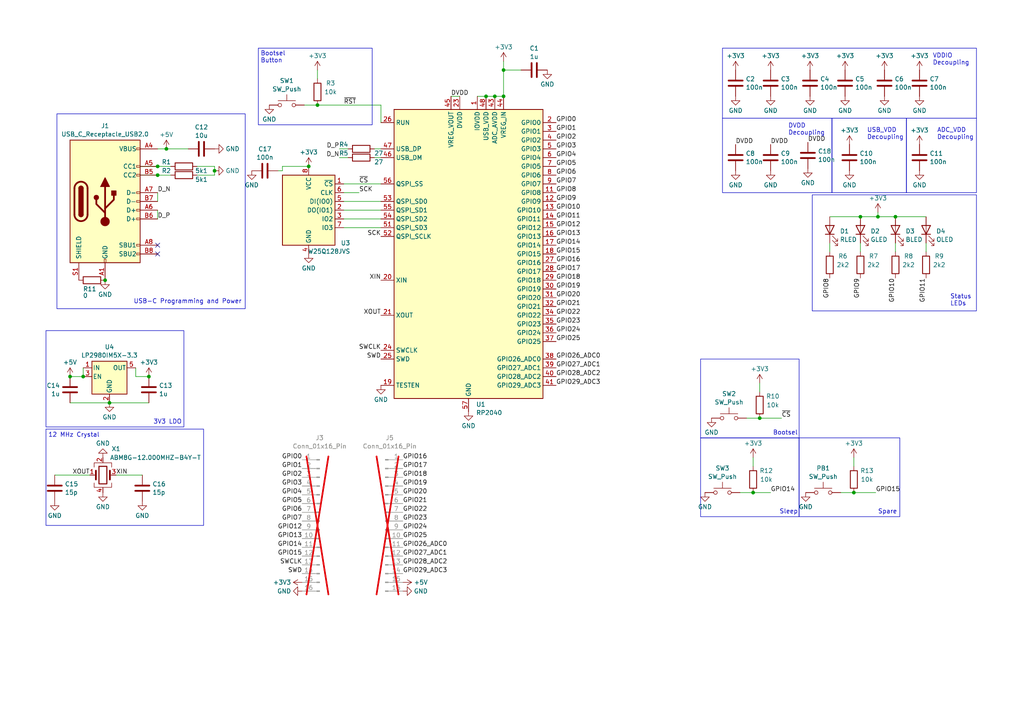
<source format=kicad_sch>
(kicad_sch (version 20230121) (generator eeschema)
  (paper "A4")
  (title_block (title "RP2040 Breakout") (date "2024-06-03") (rev "1") (company "Tobias McKellar"))
  (lib_symbols
    (symbol "Connector:Conn_01x16_Pin" (pin_names (offset 1.016) hide)
      (property "Reference" "J" (at 0 20.32 0))
      (property "Value" "Conn_01x16_Pin" (at 0 -22.86 0))
      (symbol "Conn_01x16_Pin_1_1"
        (pin passive line (at 5.08 17.78 180) (length 3.81) (name "Pin_1") (number "1"))
        (pin passive line (at 5.08 -5.08 180) (length 3.81) (name "Pin_10") (number "10"))
        (pin passive line (at 5.08 -7.62 180) (length 3.81) (name "Pin_11") (number "11"))
        (pin passive line (at 5.08 -10.16 180) (length 3.81) (name "Pin_12") (number "12"))
        (pin passive line (at 5.08 -12.7 180) (length 3.81) (name "Pin_13") (number "13"))
        (pin passive line (at 5.08 -15.24 180) (length 3.81) (name "Pin_14") (number "14"))
        (pin passive line (at 5.08 -17.78 180) (length 3.81) (name "Pin_15") (number "15"))
        (pin passive line (at 5.08 -20.32 180) (length 3.81) (name "Pin_16") (number "16"))
        (pin passive line (at 5.08 15.24 180) (length 3.81) (name "Pin_2") (number "2"))
        (pin passive line (at 5.08 12.7 180) (length 3.81) (name "Pin_3") (number "3"))
        (pin passive line (at 5.08 10.16 180) (length 3.81) (name "Pin_4") (number "4"))
        (pin passive line (at 5.08 7.62 180) (length 3.81) (name "Pin_5") (number "5"))
        (pin passive line (at 5.08 5.08 180) (length 3.81) (name "Pin_6") (number "6"))
        (pin passive line (at 5.08 2.54 180) (length 3.81) (name "Pin_7") (number "7"))
        (pin passive line (at 5.08 0 180) (length 3.81) (name "Pin_8") (number "8"))
        (pin passive line (at 5.08 -2.54 180) (length 3.81) (name "Pin_9") (number "9"))
      )
    )
    (symbol "Connector:USB_C_Receptacle_USB2.0" (pin_names (offset 1.016))
      (property "Reference" "J" (at -10.16 19.05 0))
      (property "Value" "USB_C_Receptacle_USB2.0" (at 19.05 19.05 0))
      (symbol "USB_C_Receptacle_USB2.0_1_1"
        (pin passive line (at 0 -22.86 90) (length 5.08) (name "GND") (number "A1"))
        (pin passive line (at 0 -22.86 90) (length 5.08) hide (name "GND") (number "A12"))
        (pin passive line (at 15.24 15.24 180) (length 5.08) (name "VBUS") (number "A4"))
        (pin bidirectional line (at 15.24 10.16 180) (length 5.08) (name "CC1") (number "A5"))
        (pin bidirectional line (at 15.24 -2.54 180) (length 5.08) (name "D+") (number "A6"))
        (pin bidirectional line (at 15.24 2.54 180) (length 5.08) (name "D-") (number "A7"))
        (pin bidirectional line (at 15.24 -12.7 180) (length 5.08) (name "SBU1") (number "A8"))
        (pin passive line (at 15.24 15.24 180) (length 5.08) hide (name "VBUS") (number "A9"))
        (pin passive line (at 0 -22.86 90) (length 5.08) hide (name "GND") (number "B1"))
        (pin passive line (at 0 -22.86 90) (length 5.08) hide (name "GND") (number "B12"))
        (pin passive line (at 15.24 15.24 180) (length 5.08) hide (name "VBUS") (number "B4"))
        (pin bidirectional line (at 15.24 7.62 180) (length 5.08) (name "CC2") (number "B5"))
        (pin bidirectional line (at 15.24 -5.08 180) (length 5.08) (name "D+") (number "B6"))
        (pin bidirectional line (at 15.24 0 180) (length 5.08) (name "D-") (number "B7"))
        (pin bidirectional line (at 15.24 -15.24 180) (length 5.08) (name "SBU2") (number "B8"))
        (pin passive line (at 15.24 15.24 180) (length 5.08) hide (name "VBUS") (number "B9"))
        (pin passive line (at -7.62 -22.86 90) (length 5.08) (name "SHIELD") (number "S1"))
      )
    )
    (symbol "Device:C" (pin_numbers hide) (pin_names (offset 0.254))
      (property "Reference" "C" (at 0.635 2.54 0))
      (property "Value" "C" (at 0.635 -2.54 0))
      (symbol "C_1_1"
        (pin passive line (at 0 3.81 270) (length 2.794) (name "~") (number "1"))
        (pin passive line (at 0 -3.81 90) (length 2.794) (name "~") (number "2"))
      )
    )
    (symbol "Device:Crystal_GND24" (pin_names (offset 1.016) hide)
      (property "Reference" "Y" (at 3.175 5.08 0))
      (property "Value" "Crystal_GND24" (at 3.175 3.175 0))
      (symbol "Crystal_GND24_1_1"
        (pin passive line (at -3.81 0 0) (length 1.27) (name "1") (number "1"))
        (pin passive line (at 0 5.08 270) (length 1.27) (name "2") (number "2"))
        (pin passive line (at 3.81 0 180) (length 1.27) (name "3") (number "3"))
        (pin passive line (at 0 -5.08 90) (length 1.27) (name "4") (number "4"))
      )
    )
    (symbol "Device:LED" (pin_numbers hide) (pin_names (offset 1.016) hide)
      (property "Reference" "D" (at 0 2.54 0))
      (property "Value" "LED" (at 0 -2.54 0))
      (symbol "LED_1_1"
        (pin passive line (at -3.81 0 0) (length 2.54) (name "K") (number "1"))
        (pin passive line (at 3.81 0 180) (length 2.54) (name "A") (number "2"))
      )
    )
    (symbol "Device:R" (pin_numbers hide) (pin_names (offset 0))
      (property "Reference" "R" (at 2.032 0 90))
      (property "Value" "R" (at 0 0 90))
      (symbol "R_1_1"
        (pin passive line (at 0 3.81 270) (length 1.27) (name "~") (number "1"))
        (pin passive line (at 0 -3.81 90) (length 1.27) (name "~") (number "2"))
      )
    )
    (symbol "MCU_RaspberryPi:RP2040"
      (property "Reference" "U" (at 17.78 45.72 0))
      (property "Value" "RP2040" (at 17.78 43.18 0))
      (symbol "RP2040_1_1"
        (pin power_in line (at 2.54 45.72 270) (length 3.81) (name "IOVDD") (number "1"))
        (pin passive line (at 2.54 45.72 270) (length 3.81) hide (name "IOVDD") (number "10"))
        (pin bidirectional line (at 25.4 17.78 180) (length 3.81) (name "GPIO8") (number "11"))
        (pin bidirectional line (at 25.4 15.24 180) (length 3.81) (name "GPIO9") (number "12"))
        (pin bidirectional line (at 25.4 12.7 180) (length 3.81) (name "GPIO10") (number "13"))
        (pin bidirectional line (at 25.4 10.16 180) (length 3.81) (name "GPIO11") (number "14"))
        (pin bidirectional line (at 25.4 7.62 180) (length 3.81) (name "GPIO12") (number "15"))
        (pin bidirectional line (at 25.4 5.08 180) (length 3.81) (name "GPIO13") (number "16"))
        (pin bidirectional line (at 25.4 2.54 180) (length 3.81) (name "GPIO14") (number "17"))
        (pin bidirectional line (at 25.4 0 180) (length 3.81) (name "GPIO15") (number "18"))
        (pin input line (at -25.4 -38.1 0) (length 3.81) (name "TESTEN") (number "19"))
        (pin bidirectional line (at 25.4 38.1 180) (length 3.81) (name "GPIO0") (number "2"))
        (pin input line (at -25.4 -7.62 0) (length 3.81) (name "XIN") (number "20"))
        (pin passive line (at -25.4 -17.78 0) (length 3.81) (name "XOUT") (number "21"))
        (pin passive line (at 2.54 45.72 270) (length 3.81) hide (name "IOVDD") (number "22"))
        (pin power_in line (at -2.54 45.72 270) (length 3.81) (name "DVDD") (number "23"))
        (pin input line (at -25.4 -27.94 0) (length 3.81) (name "SWCLK") (number "24"))
        (pin bidirectional line (at -25.4 -30.48 0) (length 3.81) (name "SWD") (number "25"))
        (pin input line (at -25.4 38.1 0) (length 3.81) (name "RUN") (number "26"))
        (pin bidirectional line (at 25.4 -2.54 180) (length 3.81) (name "GPIO16") (number "27"))
        (pin bidirectional line (at 25.4 -5.08 180) (length 3.81) (name "GPIO17") (number "28"))
        (pin bidirectional line (at 25.4 -7.62 180) (length 3.81) (name "GPIO18") (number "29"))
        (pin bidirectional line (at 25.4 35.56 180) (length 3.81) (name "GPIO1") (number "3"))
        (pin bidirectional line (at 25.4 -10.16 180) (length 3.81) (name "GPIO19") (number "30"))
        (pin bidirectional line (at 25.4 -12.7 180) (length 3.81) (name "GPIO20") (number "31"))
        (pin bidirectional line (at 25.4 -15.24 180) (length 3.81) (name "GPIO21") (number "32"))
        (pin passive line (at 2.54 45.72 270) (length 3.81) hide (name "IOVDD") (number "33"))
        (pin bidirectional line (at 25.4 -17.78 180) (length 3.81) (name "GPIO22") (number "34"))
        (pin bidirectional line (at 25.4 -20.32 180) (length 3.81) (name "GPIO23") (number "35"))
        (pin bidirectional line (at 25.4 -22.86 180) (length 3.81) (name "GPIO24") (number "36"))
        (pin bidirectional line (at 25.4 -25.4 180) (length 3.81) (name "GPIO25") (number "37"))
        (pin bidirectional line (at 25.4 -30.48 180) (length 3.81) (name "GPIO26_ADC0") (number "38"))
        (pin bidirectional line (at 25.4 -33.02 180) (length 3.81) (name "GPIO27_ADC1") (number "39"))
        (pin bidirectional line (at 25.4 33.02 180) (length 3.81) (name "GPIO2") (number "4"))
        (pin bidirectional line (at 25.4 -35.56 180) (length 3.81) (name "GPIO28_ADC2") (number "40"))
        (pin bidirectional line (at 25.4 -38.1 180) (length 3.81) (name "GPIO29_ADC3") (number "41"))
        (pin passive line (at 2.54 45.72 270) (length 3.81) hide (name "IOVDD") (number "42"))
        (pin power_in line (at 7.62 45.72 270) (length 3.81) (name "ADC_AVDD") (number "43"))
        (pin power_in line (at 10.16 45.72 270) (length 3.81) (name "VREG_IN") (number "44"))
        (pin power_out line (at -5.08 45.72 270) (length 3.81) (name "VREG_VOUT") (number "45"))
        (pin bidirectional line (at -25.4 27.94 0) (length 3.81) (name "USB_DM") (number "46"))
        (pin bidirectional line (at -25.4 30.48 0) (length 3.81) (name "USB_DP") (number "47"))
        (pin power_in line (at 5.08 45.72 270) (length 3.81) (name "USB_VDD") (number "48"))
        (pin passive line (at 2.54 45.72 270) (length 3.81) hide (name "IOVDD") (number "49"))
        (pin bidirectional line (at 25.4 30.48 180) (length 3.81) (name "GPIO3") (number "5"))
        (pin passive line (at -2.54 45.72 270) (length 3.81) hide (name "DVDD") (number "50"))
        (pin bidirectional line (at -25.4 7.62 0) (length 3.81) (name "QSPI_SD3") (number "51"))
        (pin output line (at -25.4 5.08 0) (length 3.81) (name "QSPI_SCLK") (number "52"))
        (pin bidirectional line (at -25.4 15.24 0) (length 3.81) (name "QSPI_SD0") (number "53"))
        (pin bidirectional line (at -25.4 10.16 0) (length 3.81) (name "QSPI_SD2") (number "54"))
        (pin bidirectional line (at -25.4 12.7 0) (length 3.81) (name "QSPI_SD1") (number "55"))
        (pin bidirectional line (at -25.4 20.32 0) (length 3.81) (name "QSPI_SS") (number "56"))
        (pin power_in line (at 0 -45.72 90) (length 3.81) (name "GND") (number "57"))
        (pin bidirectional line (at 25.4 27.94 180) (length 3.81) (name "GPIO4") (number "6"))
        (pin bidirectional line (at 25.4 25.4 180) (length 3.81) (name "GPIO5") (number "7"))
        (pin bidirectional line (at 25.4 22.86 180) (length 3.81) (name "GPIO6") (number "8"))
        (pin bidirectional line (at 25.4 20.32 180) (length 3.81) (name "GPIO7") (number "9"))
      )
    )
    (symbol "Memory_Flash:W25Q128JVS"
      (property "Reference" "U" (at -8.89 8.89 0))
      (property "Value" "W25Q128JVS" (at 7.62 8.89 0))
      (symbol "W25Q128JVS_1_1"
        (pin input line (at -10.16 7.62 0) (length 2.54) (name "~{CS}") (number "1"))
        (pin bidirectional line (at -10.16 0 0) (length 2.54) (name "DO(IO1)") (number "2"))
        (pin bidirectional line (at -10.16 -2.54 0) (length 2.54) (name "IO2") (number "3"))
        (pin power_in line (at 0 -12.7 90) (length 2.54) (name "GND") (number "4"))
        (pin bidirectional line (at -10.16 2.54 0) (length 2.54) (name "DI(IO0)") (number "5"))
        (pin input line (at -10.16 5.08 0) (length 2.54) (name "CLK") (number "6"))
        (pin bidirectional line (at -10.16 -5.08 0) (length 2.54) (name "IO3") (number "7"))
        (pin power_in line (at 0 12.7 270) (length 2.54) (name "VCC") (number "8"))
      )
    )
    (symbol "Regulator_Linear:TLV70033_SOT23-5" (pin_names (offset 0.254))
      (property "Reference" "U" (at -3.81 5.715 0))
      (property "Value" "TLV70033_SOT23-5" (at 0 5.715 0))
      (symbol "TLV70033_SOT23-5_1_1"
        (pin power_in line (at -7.62 2.54 0) (length 2.54) (name "IN") (number "1"))
        (pin power_in line (at 0 -7.62 90) (length 2.54) (name "GND") (number "2"))
        (pin input line (at -7.62 0 0) (length 2.54) (name "EN") (number "3"))
        (pin no_connect line (at 5.08 0 180) (length 2.54) hide (name "NC") (number "4"))
        (pin power_out line (at 7.62 2.54 180) (length 2.54) (name "OUT") (number "5"))
      )
    )
    (symbol "Switch:SW_Push" (pin_numbers hide) (pin_names (offset 1.016) hide)
      (property "Reference" "SW" (at 1.27 2.54 0))
      (property "Value" "SW_Push" (at 0 -1.524 0))
      (symbol "SW_Push_0_1"
        (pin passive line (at -5.08 0 0) (length 2.54) (name "1") (number "1"))
        (pin passive line (at 5.08 0 180) (length 2.54) (name "2") (number "2"))
      )
    )
    (symbol "power:+3V3" (power) (pin_names (offset 0))
      (property "Value" "+3V3" (at 0 3.556 0))
      (symbol "+3V3_1_1"
        (pin power_in line (at 0 0 90) (length 0) hide (name "+3V3") (number "1"))
      )
    )
    (symbol "power:+5V" (power) (pin_names (offset 0))
      (property "Value" "+5V" (at 0 3.556 0))
      (symbol "+5V_1_1"
        (pin power_in line (at 0 0 90) (length 0) hide (name "+5V") (number "1"))
      )
    )
    (symbol "power:GND" (power) (pin_names (offset 0))
      (property "Value" "GND" (at 0 -3.81 0))
      (symbol "GND_1_1"
        (pin power_in line (at 0 0 270) (length 0) hide (name "GND") (number "1"))
      )
    )
  )
  (junction (at 43.18 109.22))
  (junction (at 218.44 142.875))
  (junction (at 259.715 62.865))
  (junction (at 247.65 142.875))
  (junction (at 254.635 62.865))
  (junction (at 146.05 27.94))
  (junction (at 140.97 27.94))
  (junction (at 30.48 81.28))
  (junction (at 62.23 49.53))
  (junction (at 45.72 50.8))
  (junction (at 220.345 121.285))
  (junction (at 31.75 116.84))
  (junction (at 92.075 30.48))
  (junction (at 20.32 109.22))
  (junction (at 146.05 20.32))
  (junction (at 45.72 48.26))
  (junction (at 89.535 48.26))
  (junction (at 143.51 27.94))
  (junction (at 24.13 109.22))
  (junction (at 249.555 62.865))
  (junction (at 48.26 43.18))
  (no_connect (at 45.72 73.66))
  (no_connect (at 45.72 71.12))
  (wire (pts (xy 20.32 109.22) (xy 24.13 109.22)))
  (wire (pts (xy 220.345 111.125) (xy 220.345 113.665)))
  (wire (pts (xy 240.665 62.865) (xy 249.555 62.865)))
  (wire (pts (xy 57.15 48.26) (xy 62.23 48.26)))
  (wire (pts (xy 31.75 116.84) (xy 43.18 116.84)))
  (wire (pts (xy 214.63 142.875) (xy 218.44 142.875)))
  (wire (pts (xy 216.535 121.285) (xy 220.345 121.285)))
  (wire (pts (xy 146.05 20.32) (xy 151.13 20.32)))
  (wire (pts (xy 243.84 142.875) (xy 247.65 142.875)))
  (wire (pts (xy 62.23 50.8) (xy 62.23 49.53)))
  (wire (pts (xy 268.605 73.025) (xy 268.605 70.485)))
  (wire (pts (xy 48.26 43.18) (xy 45.72 43.18)))
  (wire (pts (xy 259.715 62.865) (xy 268.605 62.865)))
  (wire (pts (xy 98.425 45.72) (xy 100.965 45.72)))
  (wire (pts (xy 254.635 62.865) (xy 259.715 62.865)))
  (wire (pts (xy 92.075 20.32) (xy 92.075 22.86)))
  (wire (pts (xy 45.72 48.26) (xy 49.53 48.26)))
  (wire (pts (xy 99.695 53.34) (xy 110.49 53.34)))
  (wire (pts (xy 130.81 27.94) (xy 133.35 27.94)))
  (wire (pts (xy 140.97 27.94) (xy 143.51 27.94)))
  (wire (pts (xy 45.72 55.88) (xy 45.72 58.42)))
  (wire (pts (xy 146.05 20.32) (xy 146.05 27.94)))
  (wire (pts (xy 88.265 30.48) (xy 92.075 30.48)))
  (wire (pts (xy 54.61 43.18) (xy 48.26 43.18)))
  (wire (pts (xy 249.555 62.865) (xy 254.635 62.865)))
  (wire (pts (xy 39.37 106.68) (xy 39.37 109.22)))
  (wire (pts (xy 45.72 50.8) (xy 49.53 50.8)))
  (wire (pts (xy 99.695 63.5) (xy 110.49 63.5)))
  (wire (pts (xy 40.64 48.26) (xy 45.72 48.26)))
  (wire (pts (xy 33.655 137.795) (xy 41.275 137.795)))
  (wire (pts (xy 108.585 45.72) (xy 110.49 45.72)))
  (wire (pts (xy 40.64 50.8) (xy 45.72 50.8)))
  (wire (pts (xy 138.43 27.94) (xy 140.97 27.94)))
  (wire (pts (xy 98.425 43.18) (xy 100.965 43.18)))
  (wire (pts (xy 247.65 142.875) (xy 254 142.875)))
  (wire (pts (xy 24.13 106.68) (xy 24.13 109.22)))
  (wire (pts (xy 146.05 17.78) (xy 146.05 20.32)))
  (wire (pts (xy 143.51 27.94) (xy 146.05 27.94)))
  (wire (pts (xy 99.695 66.04) (xy 110.49 66.04)))
  (wire (pts (xy 254.635 61.595) (xy 254.635 62.865)))
  (wire (pts (xy 81.915 48.26) (xy 89.535 48.26)))
  (wire (pts (xy 218.44 132.715) (xy 218.44 135.255)))
  (wire (pts (xy 247.65 132.715) (xy 247.65 135.255)))
  (wire (pts (xy 249.555 73.025) (xy 249.555 70.485)))
  (wire (pts (xy 110.49 30.48) (xy 110.49 35.56)))
  (wire (pts (xy 92.075 30.48) (xy 110.49 30.48)))
  (wire (pts (xy 81.915 49.53) (xy 81.915 48.26)))
  (wire (pts (xy 45.72 60.96) (xy 45.72 63.5)))
  (wire (pts (xy 26.035 137.795) (xy 15.875 137.795)))
  (wire (pts (xy 259.715 73.025) (xy 259.715 70.485)))
  (wire (pts (xy 218.44 142.875) (xy 223.52 142.875)))
  (wire (pts (xy 99.695 60.96) (xy 110.49 60.96)))
  (wire (pts (xy 99.695 58.42) (xy 110.49 58.42)))
  (wire (pts (xy 108.585 43.18) (xy 110.49 43.18)))
  (wire (pts (xy 80.645 49.53) (xy 81.915 49.53)))
  (wire (pts (xy 20.32 116.84) (xy 31.75 116.84)))
  (wire (pts (xy 220.345 121.285) (xy 226.695 121.285)))
  (wire (pts (xy 62.23 48.26) (xy 62.23 49.53)))
  (wire (pts (xy 43.18 109.22) (xy 39.37 109.22)))
  (wire (pts (xy 99.695 55.88) (xy 104.14 55.88)))
  (wire (pts (xy 57.15 50.8) (xy 62.23 50.8)))
  (wire (pts (xy 240.665 73.025) (xy 240.665 70.485)))
  (rectangle (start 13.335 95.885) (end 53.34 123.825))
  (rectangle (start 203.2 127) (end 231.775 149.86))
  (rectangle (start 241.3 34.29) (end 262.89 55.88))
  (rectangle (start 231.775 127) (end 260.985 149.86))
  (rectangle (start 203.2 104.14) (end 231.775 127))
  (rectangle (start 235.585 56.515) (end 283.21 90.17))
  (rectangle (start 209.55 13.97) (end 283.21 34.29))
  (rectangle (start 262.89 34.29) (end 283.21 55.88))
  (rectangle (start 209.55 34.29) (end 241.3 55.88))
  (rectangle (start 16.51 33.02) (end 71.12 89.535))
  (rectangle (start 13.335 124.46) (end 59.055 152.4))
  (rectangle (start 74.93 13.97) (end 107.95 36.195))
  (text "3V3 LDO" (at 44.45 123.19 0) (effects (font (size 1.27 1.27)) (justify left bottom)))
  (text "VDDIO\nDecoupling" (at 270.51 19.05 0) (effects (font (size 1.27 1.27)) (justify left bottom)))
  (text "12 MHz Crystal" (at 13.97 127 0) (effects (font (size 1.27 1.27)) (justify left bottom)))
  (text "Bootsel" (at 224.155 126.365 0) (effects (font (size 1.27 1.27)) (justify left bottom)))
  (text "Spare" (at 254.635 149.225 0) (effects (font (size 1.27 1.27)) (justify left bottom)))
  (text "USB-C Programming and Power" (at 38.735 88.265 0) (effects (font (size 1.27 1.27)) (justify left bottom)))
  (text "Bootsel \nButton" (at 75.565 18.415 0) (effects (font (size 1.27 1.27)) (justify left bottom)))
  (text "USB_VDD\nDecoupling" (at 251.46 40.64 0) (effects (font (size 1.27 1.27)) (justify left bottom)))
  (text "Status \nLEDs" (at 275.59 88.9 0) (effects (font (size 1.27 1.27)) (justify left bottom)))
  (text "Sleep" (at 226.06 149.225 0) (effects (font (size 1.27 1.27)) (justify left bottom)))
  (text "DVDD \nDecoupling" (at 228.6 39.37 0) (effects (font (size 1.27 1.27)) (justify left bottom)))
  (text "ADC_VDD\nDecoupling" (at 271.78 40.64 0) (effects (font (size 1.27 1.27)) (justify left bottom)))
  (label "GPIO11" (at 268.605 80.645 270))
  (label "GPIO24" (at 161.29 96.52 0))
  (label "GPIO3" (at 87.63 140.97 180))
  (label "GPIO13" (at 161.29 68.58 0))
  (label "GPIO16" (at 161.29 76.2 0))
  (label "DVDD" (at 234.315 41.275 0))
  (label "GPIO25" (at 116.84 156.21 0))
  (label "GPIO15" (at 87.63 161.29 180))
  (label "XIN" (at 33.655 137.795 0))
  (label "GPIO18" (at 161.29 81.28 0))
  (label "GPIO18" (at 116.84 138.43 0))
  (label "~{RST}" (at 99.695 30.48 0))
  (label "GPIO2" (at 87.63 138.43 180))
  (label "GPIO12" (at 161.29 66.04 0))
  (label "GPIO28_ADC2" (at 161.29 109.22 0))
  (label "GPIO29_ADC3" (at 116.84 166.37 0))
  (label "XOUT" (at 26.035 137.795 180))
  (label "DVDD" (at 130.81 27.94 0))
  (label "GPIO19" (at 116.84 140.97 0))
  (label "GPIO1" (at 161.29 38.1 0))
  (label "SWCLK" (at 87.63 163.83 180))
  (label "DVDD" (at 223.52 41.91 0))
  (label "GPIO13" (at 87.63 156.21 180))
  (label "~{CS}" (at 226.695 121.285 0))
  (label "GPIO6" (at 161.29 50.8 0))
  (label "GPIO9" (at 249.555 80.645 270))
  (label "GPIO17" (at 116.84 135.89 0))
  (label "GPIO26_ADC0" (at 116.84 158.75 0))
  (label "SWD" (at 110.49 104.14 180))
  (label "SWD" (at 87.63 166.37 180))
  (label "GPIO7" (at 87.63 151.13 180))
  (label "XOUT" (at 110.49 91.44 180))
  (label "GPIO12" (at 87.63 153.67 180))
  (label "D_P" (at 45.72 63.5 0))
  (label "SCK" (at 110.49 68.58 180))
  (label "GPIO14" (at 161.29 71.12 0))
  (label "GPIO21" (at 116.84 146.05 0))
  (label "DVDD" (at 213.36 41.91 0))
  (label "D_N" (at 98.425 45.72 180))
  (label "GPIO4" (at 161.29 45.72 0))
  (label "SWCLK" (at 110.49 101.6 180))
  (label "GPIO15" (at 161.29 73.66 0))
  (label "GPIO10" (at 259.715 80.645 270))
  (label "D_N" (at 45.72 55.88 0))
  (label "GPIO25" (at 161.29 99.06 0))
  (label "GPIO23" (at 161.29 93.98 0))
  (label "GPIO10" (at 161.29 60.96 0))
  (label "GPIO6" (at 87.63 148.59 180))
  (label "GPIO27_ADC1" (at 161.29 106.68 0))
  (label "GPIO22" (at 116.84 148.59 0))
  (label "GPIO14" (at 87.63 158.75 180))
  (label "GPIO21" (at 161.29 88.9 0))
  (label "GPIO17" (at 161.29 78.74 0))
  (label "GPIO16" (at 116.84 133.35 0))
  (label "SCK" (at 104.14 55.88 0))
  (label "~{CS}" (at 104.14 53.34 0))
  (label "GPIO15" (at 254 142.875 0))
  (label "GPIO14" (at 223.52 142.875 0))
  (label "XIN" (at 110.49 81.28 180))
  (label "GPIO4" (at 87.63 143.51 180))
  (label "D_P" (at 98.425 43.18 180))
  (label "GPIO5" (at 161.29 48.26 0))
  (label "GPIO8" (at 240.665 80.645 270))
  (label "GPIO20" (at 161.29 86.36 0))
  (label "GPIO23" (at 116.84 151.13 0))
  (label "GPIO8" (at 161.29 55.88 0))
  (label "GPIO29_ADC3" (at 161.29 111.76 0))
  (label "GPIO28_ADC2" (at 116.84 163.83 0))
  (label "GPIO20" (at 116.84 143.51 0))
  (label "GPIO27_ADC1" (at 116.84 161.29 0))
  (label "GPIO3" (at 161.29 43.18 0))
  (label "GPIO2" (at 161.29 40.64 0))
  (label "GPIO1" (at 87.63 135.89 180))
  (label "GPIO11" (at 161.29 63.5 0))
  (label "GPIO0" (at 87.63 133.35 180))
  (label "GPIO26_ADC0" (at 161.29 104.14 0))
  (label "GPIO7" (at 161.29 53.34 0))
  (label "GPIO5" (at 87.63 146.05 180))
  (label "GPIO22" (at 161.29 91.44 0))
  (label "GPIO19" (at 161.29 83.82 0))
  (label "GPIO24" (at 116.84 153.67 0))
  (label "GPIO0" (at 161.29 35.56 0))
  (label "GPIO9" (at 161.29 58.42 0))
  (symbol (lib_id "Device:R") (at 247.65 139.065 0) (unit 1)
    (property "Reference" "R13" (at 251.46 136.525 0))
    (property "Value" "10k" (at 251.46 139.065 0))
    (property "Footprint" "Resistor_SMD:R_0402_1005Metric" (effects hide))
    (property "Datasheet" "https://wmsc.lcsc.com/wmsc/upload/file/pdf/v2/lcsc/2206010100_UNI-ROYAL-Uniroyal-Elec-0402WGF1002TCE_C25744.pdf" (effects hide))
    (property "JLC Link" "https://jlcpcb.com/partdetail/26487-0402WGF1002TCE/C25744" (effects hide))
    (property "JLC Part Number" "C25744" (effects hide))
  )
  (symbol (lib_id "power:GND") (at 158.75 20.32 0) (unit 1)
    (property "Reference" "#PWR04" (effects hide))
    (property "Value" "GND" (at 158.75 24.4531 0))
  )
  (symbol (lib_id "power:+5V") (at 116.84 168.91 270) (unit 1)
    (property "Reference" "#PWR040" (effects hide))
    (property "Value" "+5V" (at 120.015 168.91 90) (effects (justify left)))
  )
  (symbol (lib_id "power:GND") (at 62.23 49.53 90) (unit 1)
    (property "Reference" "#PWR05" (effects hide))
    (property "Value" "GND" (at 65.405 49.53 90) (effects (justify right)))
  )
  (symbol (lib_id "power:+5V") (at 48.26 43.18 0) (unit 1)
    (property "Reference" "#PWR033" (effects hide))
    (property "Value" "+5V" (at 48.26 39.0469 0))
  )
  (symbol (lib_id "Device:R") (at 220.345 117.475 0) (unit 1)
    (property "Reference" "R10" (at 224.155 114.935 0))
    (property "Value" "10k" (at 224.155 117.475 0))
    (property "Footprint" "Resistor_SMD:R_0402_1005Metric" (effects hide))
    (property "Datasheet" "https://wmsc.lcsc.com/wmsc/upload/file/pdf/v2/lcsc/2206010100_UNI-ROYAL-Uniroyal-Elec-0402WGF1002TCE_C25744.pdf" (effects hide))
    (property "JLC Link" "https://jlcpcb.com/partdetail/26487-0402WGF1002TCE/C25744" (effects hide))
    (property "JLC Part Number" "C25744" (effects hide))
  )
  (symbol (lib_id "Device:R") (at 104.775 43.18 90) (unit 1)
    (property "Reference" "R4" (at 99.695 41.91 90))
    (property "Value" "27" (at 109.855 44.45 90))
    (property "Footprint" "Resistor_SMD:R_0402_1005Metric" (effects hide))
    (property "Datasheet" "https://wmsc.lcsc.com/wmsc/upload/file/pdf/v2/lcsc/2206010045_UNI-ROYAL-Uniroyal-Elec-0402WGF2701TCE_C25885.pdf" (effects hide))
    (property "JLC Link" "https://jlcpcb.com/partdetail/26628-0402WGF2701TCE/C25885" (effects hide))
    (property "JLC Part Number" "C25885" (effects hide))
  )
  (symbol (lib_id "Device:C") (at 246.38 45.72 180) (unit 1)
    (property "Reference" "C10" (at 249.301 44.5079 0) (effects (justify right)))
    (property "Value" "100n" (at 249.301 46.9321 0) (effects (justify right)))
    (property "Footprint" "Capacitor_SMD:C_0402_1005Metric" (effects hide))
    (property "Datasheet" "https://wmsc.lcsc.com/wmsc/upload/file/pdf/v2/lcsc/2203221430_YAGEO-CC0402KRX7R7BB104_C60474.pdf" (effects hide))
    (property "JLC Link" "https://jlcpcb.com/partdetail/Yageo-CC0402KRX7R7BB104/C60474" (effects hide))
    (property "JLC Part Number" "C60474" (effects hide))
  )
  (symbol (lib_id "Device:R") (at 104.775 45.72 90) (unit 1)
    (property "Reference" "R5" (at 99.695 44.45 90))
    (property "Value" "27" (at 109.855 46.99 90))
    (property "Footprint" "Resistor_SMD:R_0402_1005Metric" (effects hide))
    (property "Datasheet" "https://wmsc.lcsc.com/wmsc/upload/file/pdf/v2/lcsc/2206010045_UNI-ROYAL-Uniroyal-Elec-0402WGF2701TCE_C25885.pdf" (effects hide))
    (property "JLC Link" "https://jlcpcb.com/partdetail/26628-0402WGF2701TCE/C25885" (effects hide))
    (property "JLC Part Number" "C25885" (effects hide))
  )
  (symbol (lib_id "power:+3V3") (at 213.36 20.32 0) (unit 1)
    (property "Reference" "#PWR07" (effects hide))
    (property "Value" "+3V3" (at 213.36 16.1869 0))
  )
  (symbol (lib_id "power:+5V") (at 20.32 109.22 0) (unit 1)
    (property "Reference" "#PWR035" (effects hide))
    (property "Value" "+5V" (at 20.32 105.0869 0))
  )
  (symbol (lib_id "Switch:SW_Push") (at 238.76 142.875 0) (unit 1)
    (property "Reference" "PB1" (at 238.76 135.8097 0))
    (property "Value" "SW_Push" (at 238.76 138.2339 0))
    (property "Footprint" "Button_Switch_SMD:SW_SPST_PTS810" (effects hide))
    (property "Datasheet" "https://wmsc.lcsc.com/wmsc/upload/file/pdf/v2/lcsc/2109061830_BZCN-TSA016A2518C_C2888430.pdf" (effects hide))
    (property "JLC Part Number" "C2888430" (effects hide))
    (property "JLC Link" "https://jlcpcb.com/partdetail/Bzcn-TSA016A2518C/C2888430" (effects hide))
  )
  (symbol (lib_id "power:GND") (at 213.36 49.53 0) (unit 1)
    (property "Reference" "#PWR020" (effects hide))
    (property "Value" "GND" (at 213.36 53.6631 0))
  )
  (symbol (lib_id "Regulator_Linear:TLV70033_SOT23-5") (at 31.75 109.22 0) (unit 1)
    (property "Reference" "U4" (at 31.75 100.6307 0))
    (property "Value" "LP2980IM5X-3.3" (at 31.75 103.0549 0))
    (property "Footprint" "Package_TO_SOT_SMD:SOT-23-5" (effects hide))
    (property "Datasheet" "https://wmsc.lcsc.com/wmsc/upload/file/pdf/v2/lcsc/2311021508_TECH-PUBLIC-LP2980IM5X-3-3_C5380654.pdf" (effects hide))
    (property "JLC Link" "https://jlcpcb.com/partdetail/TechPublic-LP2980IM5X_33/C5380654" (effects hide))
    (property "JLC Part Number" "C5380654" (effects hide))
  )
  (symbol (lib_id "Switch:SW_Push") (at 209.55 142.875 0) (unit 1)
    (property "Reference" "SW3" (at 209.55 135.8097 0))
    (property "Value" "SW_Push" (at 209.55 138.2339 0))
    (property "Footprint" "Button_Switch_SMD:SW_SPST_PTS810" (effects hide))
    (property "Datasheet" "https://wmsc.lcsc.com/wmsc/upload/file/pdf/v2/lcsc/2109061830_BZCN-TSA016A2518C_C2888430.pdf" (effects hide))
    (property "JLC Part Number" "C2888430" (effects hide))
    (property "JLC Link" "https://jlcpcb.com/partdetail/Bzcn-TSA016A2518C/C2888430" (effects hide))
  )
  (symbol (lib_id "Device:R") (at 259.715 76.835 0) (unit 1)
    (property "Reference" "R8" (at 263.525 74.295 0))
    (property "Value" "2k2" (at 263.525 76.835 0))
    (property "Footprint" "Resistor_SMD:R_0402_1005Metric" (effects hide))
    (property "Datasheet" "https://wmsc.lcsc.com/wmsc/upload/file/pdf/v2/lcsc/2206010045_UNI-ROYAL-Uniroyal-Elec-0402WGF2201TCE_C25879.pdf" (effects hide))
    (property "JLC Link" "https://jlcpcb.com/partdetail/26622-0402WGF2201TCE/C25879" (effects hide))
    (property "JLC Part Number" "C25879" (effects hide))
  )
  (symbol (lib_id "power:GND") (at 62.23 43.18 90) (unit 1)
    (property "Reference" "#PWR032" (effects hide))
    (property "Value" "GND" (at 65.405 43.18 90) (effects (justify right)))
  )
  (symbol (lib_id "power:GND") (at 29.845 142.875 0) (unit 1)
    (property "Reference" "#PWR03" (effects hide))
    (property "Value" "GND" (at 29.845 147.0081 0))
  )
  (symbol (lib_id "Switch:SW_Push") (at 211.455 121.285 0) (unit 1)
    (property "Reference" "SW2" (at 211.455 114.2197 0))
    (property "Value" "SW_Push" (at 211.455 116.6439 0))
    (property "Footprint" "Button_Switch_SMD:SW_SPST_PTS810" (effects hide))
    (property "Datasheet" "https://wmsc.lcsc.com/wmsc/upload/file/pdf/v2/lcsc/2109061830_BZCN-TSA016A2518C_C2888430.pdf" (effects hide))
    (property "JLC Part Number" "C2888430" (effects hide))
    (property "JLC Link" "https://jlcpcb.com/partdetail/Bzcn-TSA016A2518C/C2888430" (effects hide))
  )
  (symbol (lib_id "Device:C") (at 234.95 24.13 180) (unit 1)
    (property "Reference" "C4" (at 237.871 22.9179 0) (effects (justify right)))
    (property "Value" "100n" (at 237.871 25.3421 0) (effects (justify right)))
    (property "Footprint" "Capacitor_SMD:C_0402_1005Metric" (effects hide))
    (property "Datasheet" "https://wmsc.lcsc.com/wmsc/upload/file/pdf/v2/lcsc/2203221430_YAGEO-CC0402KRX7R7BB104_C60474.pdf" (effects hide))
    (property "JLC Link" "https://jlcpcb.com/partdetail/Yageo-CC0402KRX7R7BB104/C60474" (effects hide))
    (property "JLC Part Number" "C60474" (effects hide))
  )
  (symbol (lib_id "Connector:Conn_01x16_Pin") (at 111.76 151.13 0) (unit 1) (dnp yes)
    (property "Reference" "J5" (at 113.03 127 0))
    (property "Value" "Conn_01x16_Pin" (at 113.03 129.4242 0))
    (property "Footprint" "Connector_PinHeader_2.54mm:PinHeader_1x16_P2.54mm_Vertical" (effects hide))
  )
  (symbol (lib_id "power:GND") (at 256.54 27.94 0) (unit 1)
    (property "Reference" "#PWR016" (effects hide))
    (property "Value" "GND" (at 256.54 32.0731 0))
  )
  (symbol (lib_id "Device:C") (at 266.7 24.13 180) (unit 1)
    (property "Reference" "C7" (at 269.621 22.9179 0) (effects (justify right)))
    (property "Value" "100n" (at 269.621 25.3421 0) (effects (justify right)))
    (property "Footprint" "Capacitor_SMD:C_0402_1005Metric" (effects hide))
    (property "Datasheet" "https://wmsc.lcsc.com/wmsc/upload/file/pdf/v2/lcsc/2203221430_YAGEO-CC0402KRX7R7BB104_C60474.pdf" (effects hide))
    (property "JLC Link" "https://jlcpcb.com/partdetail/Yageo-CC0402KRX7R7BB104/C60474" (effects hide))
    (property "JLC Part Number" "C60474" (effects hide))
  )
  (symbol (lib_id "power:+3V3") (at 220.345 111.125 0) (unit 1)
    (property "Reference" "#PWR047" (effects hide))
    (property "Value" "+3V3" (at 220.345 106.9919 0))
  )
  (symbol (lib_id "Device:C") (at 20.32 113.03 0) (mirror x) (unit 1)
    (property "Reference" "C14" (at 17.399 111.8179 0) (effects (justify right)))
    (property "Value" "1u" (at 17.399 114.2421 0) (effects (justify right)))
    (property "Footprint" "Capacitor_SMD:C_0402_1005Metric" (effects hide))
    (property "Datasheet" "https://wmsc.lcsc.com/wmsc/upload/file/pdf/v2/lcsc/2005261833_Murata-Electronics-GRM155Z71A105KE01D_C528974.pdf" (effects hide))
    (property "JLC Link" "https://jlcpcb.com/partdetail/548880-GRM155Z71A105KE01D/C528974" (effects hide))
    (property "JLC Part Number" "C528974" (effects hide))
  )
  (symbol (lib_id "Device:C") (at 58.42 43.18 90) (unit 1)
    (property "Reference" "C12" (at 58.42 36.8767 90))
    (property "Value" "10u" (at 58.42 39.3009 90))
    (property "Footprint" "Capacitor_SMD:C_0603_1608Metric" (effects hide))
    (property "Datasheet" "https://wmsc.lcsc.com/wmsc/upload/file/pdf/v2/lcsc/2203281430_Murata-Electronics-GRM188Z71A106KA73D_C2959727.pdf" (effects hide))
    (property "JLC Link" "https://jlcpcb.com/partdetail/3346053-GRM188Z71A106KA73D/C2959727" (effects hide))
    (property "JLC Part Number" "C2959727" (effects hide))
  )
  (symbol (lib_id "power:+3V3") (at 266.7 41.91 0) (unit 1)
    (property "Reference" "#PWR025" (effects hide))
    (property "Value" "+3V3" (at 266.7 37.7769 0))
  )
  (symbol (lib_id "power:GND") (at 110.49 111.76 0) (unit 1)
    (property "Reference" "#PWR029" (effects hide))
    (property "Value" "GND" (at 110.49 115.8931 0))
  )
  (symbol (lib_id "power:+3V3") (at 89.535 48.26 0) (unit 1)
    (property "Reference" "#PWR038" (effects hide))
    (property "Value" "+3V3" (at 89.535 44.1269 0))
  )
  (symbol (lib_id "power:GND") (at 206.375 121.285 0) (unit 1)
    (property "Reference" "#PWR046" (effects hide))
    (property "Value" "GND" (at 206.375 125.4181 0))
  )
  (symbol (lib_id "Device:R") (at 249.555 76.835 0) (unit 1)
    (property "Reference" "R7" (at 253.365 74.295 0))
    (property "Value" "2k2" (at 253.365 76.835 0))
    (property "Footprint" "Resistor_SMD:R_0402_1005Metric" (effects hide))
    (property "Datasheet" "https://wmsc.lcsc.com/wmsc/upload/file/pdf/v2/lcsc/2206010045_UNI-ROYAL-Uniroyal-Elec-0402WGF2201TCE_C25879.pdf" (effects hide))
    (property "JLC Link" "https://jlcpcb.com/partdetail/26622-0402WGF2201TCE/C25879" (effects hide))
    (property "JLC Part Number" "C25879" (effects hide))
  )
  (symbol (lib_id "power:+3V3") (at 223.52 20.32 0) (unit 1)
    (property "Reference" "#PWR09" (effects hide))
    (property "Value" "+3V3" (at 223.52 16.1869 0))
  )
  (symbol (lib_id "power:GND") (at 89.535 73.66 0) (unit 1)
    (property "Reference" "#PWR037" (effects hide))
    (property "Value" "GND" (at 89.535 77.7931 0))
  )
  (symbol (lib_id "Device:C") (at 256.54 24.13 180) (unit 1)
    (property "Reference" "C6" (at 259.461 22.9179 0) (effects (justify right)))
    (property "Value" "100n" (at 259.461 25.3421 0) (effects (justify right)))
    (property "Footprint" "Capacitor_SMD:C_0402_1005Metric" (effects hide))
    (property "Datasheet" "https://wmsc.lcsc.com/wmsc/upload/file/pdf/v2/lcsc/2203221430_YAGEO-CC0402KRX7R7BB104_C60474.pdf" (effects hide))
    (property "JLC Link" "https://jlcpcb.com/partdetail/Yageo-CC0402KRX7R7BB104/C60474" (effects hide))
    (property "JLC Part Number" "C60474" (effects hide))
  )
  (symbol (lib_id "power:GND") (at 73.025 49.53 0) (unit 1)
    (property "Reference" "#PWR048" (effects hide))
    (property "Value" "GND" (at 73.025 53.6631 0))
  )
  (symbol (lib_id "Device:C") (at 245.11 24.13 180) (unit 1)
    (property "Reference" "C5" (at 248.031 22.9179 0) (effects (justify right)))
    (property "Value" "100n" (at 248.031 25.3421 0) (effects (justify right)))
    (property "Footprint" "Capacitor_SMD:C_0402_1005Metric" (effects hide))
    (property "Datasheet" "https://wmsc.lcsc.com/wmsc/upload/file/pdf/v2/lcsc/2203221430_YAGEO-CC0402KRX7R7BB104_C60474.pdf" (effects hide))
    (property "JLC Link" "https://jlcpcb.com/partdetail/Yageo-CC0402KRX7R7BB104/C60474" (effects hide))
    (property "JLC Part Number" "C60474" (effects hide))
  )
  (symbol (lib_id "Connector:USB_C_Receptacle_USB2.0") (at 30.48 58.42 0) (unit 1)
    (property "Reference" "J1" (at 30.48 36.4957 0))
    (property "Value" "USB_C_Receptacle_USB2.0" (at 30.48 38.9199 0))
    (property "Footprint" "Connector_USB:USB_C_Receptacle_GCT_USB4105-xx-A_16P_TopMnt_Horizontal" (effects hide))
    (property "Datasheet" "https://www.usb.org/sites/default/files/documents/usb_type-c.zip" (effects hide))
    (property "JLC Link" "https://jlcpcb.com/partdetail/gswitch-GT_USB7004N/C2848971" (effects hide))
    (property "JLC Part Number" "C2848971" (effects hide))
  )
  (symbol (lib_id "power:GND") (at 41.275 145.415 0) (unit 1)
    (property "Reference" "#PWR045" (effects hide))
    (property "Value" "GND" (at 41.275 149.5481 0))
  )
  (symbol (lib_id "Device:R") (at 53.34 50.8 90) (unit 1)
    (property "Reference" "R2" (at 48.26 49.53 90))
    (property "Value" "5k1" (at 58.42 52.07 90))
    (property "Footprint" "Resistor_SMD:R_0402_1005Metric" (effects hide))
    (property "Datasheet" "https://wmsc.lcsc.com/wmsc/upload/file/pdf/v2/lcsc/2206010045_UNI-ROYAL-Uniroyal-Elec-0402WGF5101TCE_C25905.pdf" (effects hide))
    (property "JLC Link" "https://jlcpcb.com/partdetail/26648-0402WGF5101TCE/C25905" (effects hide))
    (property "JLC Part Number" "C25905" (effects hide))
  )
  (symbol (lib_id "Device:C") (at 213.36 24.13 180) (unit 1)
    (property "Reference" "C2" (at 216.281 22.9179 0) (effects (justify right)))
    (property "Value" "100n" (at 216.281 25.3421 0) (effects (justify right)))
    (property "Footprint" "Capacitor_SMD:C_0402_1005Metric" (effects hide))
    (property "Datasheet" "https://wmsc.lcsc.com/wmsc/upload/file/pdf/v2/lcsc/2203221430_YAGEO-CC0402KRX7R7BB104_C60474.pdf" (effects hide))
    (property "JLC Link" "https://jlcpcb.com/partdetail/Yageo-CC0402KRX7R7BB104/C60474" (effects hide))
    (property "JLC Part Number" "C60474" (effects hide))
  )
  (symbol (lib_id "Device:C") (at 41.275 141.605 180) (unit 1)
    (property "Reference" "C16" (at 44.196 140.3929 0) (effects (justify right)))
    (property "Value" "15p" (at 44.196 142.8171 0) (effects (justify right)))
    (property "Footprint" "Capacitor_SMD:C_0402_1005Metric" (effects hide))
    (property "Datasheet" "https://wmsc.lcsc.com/wmsc/upload/file/pdf/v2/lcsc/2304140030_YAGEO-CC0402JRNPO9BN150_C106997.pdf" (effects hide))
    (property "JLC Link" "https://jlcpcb.com/partdetail/Yageo-CC0402JRNPO9BN150/C106997" (effects hide))
    (property "JLC Part Number" "C106997" (effects hide))
  )
  (symbol (lib_id "Device:R") (at 53.34 48.26 90) (unit 1)
    (property "Reference" "R1" (at 48.26 46.99 90))
    (property "Value" "5k1" (at 58.42 49.53 90))
    (property "Footprint" "Resistor_SMD:R_0402_1005Metric" (effects hide))
    (property "Datasheet" "https://wmsc.lcsc.com/wmsc/upload/file/pdf/v2/lcsc/2206010045_UNI-ROYAL-Uniroyal-Elec-0402WGF5101TCE_C25905.pdf" (effects hide))
    (property "JLC Link" "https://jlcpcb.com/partdetail/26648-0402WGF5101TCE/C25905" (effects hide))
    (property "JLC Part Number" "C25905" (effects hide))
  )
  (symbol (lib_id "power:GND") (at 29.845 132.715 180) (unit 1)
    (property "Reference" "#PWR01" (effects hide))
    (property "Value" "GND" (at 29.845 128.5819 0))
  )
  (symbol (lib_id "Device:C") (at 234.315 45.085 180) (unit 1)
    (property "Reference" "C18" (at 237.236 43.8729 0) (effects (justify right)))
    (property "Value" "100n" (at 237.236 46.2971 0) (effects (justify right)))
    (property "Footprint" "Capacitor_SMD:C_0402_1005Metric" (effects hide))
    (property "Datasheet" "https://wmsc.lcsc.com/wmsc/upload/file/pdf/v2/lcsc/2203221430_YAGEO-CC0402KRX7R7BB104_C60474.pdf" (effects hide))
    (property "JLC Link" "https://jlcpcb.com/partdetail/Yageo-CC0402KRX7R7BB104/C60474" (effects hide))
    (property "JLC Part Number" "C60474" (effects hide))
  )
  (symbol (lib_id "Device:C") (at 154.94 20.32 90) (unit 1)
    (property "Reference" "C1" (at 154.94 14.0167 90))
    (property "Value" "1u" (at 154.94 16.4409 90))
    (property "Footprint" "Capacitor_SMD:C_0402_1005Metric" (effects hide))
    (property "Datasheet" "https://wmsc.lcsc.com/wmsc/upload/file/pdf/v2/lcsc/2005261833_Murata-Electronics-GRM155Z71A105KE01D_C528974.pdf" (effects hide))
    (property "JLC Link" "https://jlcpcb.com/partdetail/548880-GRM155Z71A105KE01D/C528974" (effects hide))
    (property "JLC Part Number" "C528974" (effects hide))
  )
  (symbol (lib_id "power:GND") (at 234.315 48.895 0) (unit 1)
    (property "Reference" "#PWR019" (effects hide))
    (property "Value" "GND" (at 234.315 53.0281 0))
  )
  (symbol (lib_id "power:GND") (at 245.11 27.94 0) (unit 1)
    (property "Reference" "#PWR014" (effects hide))
    (property "Value" "GND" (at 245.11 32.0731 0))
  )
  (symbol (lib_id "Device:C") (at 43.18 113.03 180) (unit 1)
    (property "Reference" "C13" (at 46.101 111.8179 0) (effects (justify right)))
    (property "Value" "1u" (at 46.101 114.2421 0) (effects (justify right)))
    (property "Footprint" "Capacitor_SMD:C_0402_1005Metric" (effects hide))
    (property "Datasheet" "https://wmsc.lcsc.com/wmsc/upload/file/pdf/v2/lcsc/2005261833_Murata-Electronics-GRM155Z71A105KE01D_C528974.pdf" (effects hide))
    (property "JLC Link" "https://jlcpcb.com/partdetail/548880-GRM155Z71A105KE01D/C528974" (effects hide))
    (property "JLC Part Number" "C528974" (effects hide))
  )
  (symbol (lib_id "power:GND") (at 213.36 27.94 0) (unit 1)
    (property "Reference" "#PWR08" (effects hide))
    (property "Value" "GND" (at 213.36 32.0731 0))
  )
  (symbol (lib_id "Device:C") (at 76.835 49.53 270) (unit 1)
    (property "Reference" "C17" (at 76.835 43.2267 90))
    (property "Value" "100n" (at 76.835 45.6509 90))
    (property "Footprint" "Capacitor_SMD:C_0402_1005Metric" (effects hide))
    (property "Datasheet" "https://wmsc.lcsc.com/wmsc/upload/file/pdf/v2/lcsc/2203221430_YAGEO-CC0402KRX7R7BB104_C60474.pdf" (effects hide))
    (property "JLC Link" "https://jlcpcb.com/partdetail/Yageo-CC0402KRX7R7BB104/C60474" (effects hide))
    (property "JLC Part Number" "C60474" (effects hide))
  )
  (symbol (lib_id "Device:LED") (at 249.555 66.675 90) (unit 1)
    (property "Reference" "D2" (at 252.476 67.0504 90) (effects (justify right)))
    (property "Value" "GLED" (at 252.476 69.4746 90) (effects (justify right)))
    (property "Footprint" "Diode_SMD:D_0402_1005Metric" (effects hide))
    (property "Datasheet" "https://wmsc.lcsc.com/wmsc/upload/file/pdf/v2/lcsc/1808280419_Everlight-Elec-16-213SYGC-S530-E3-TR8_C264408.pdf" (effects hide))
    (property "JLC Link" "https://jlcpcb.com/partdetail/EverlightElec-16_213SYGC_S530_E3TR8/C264408" (effects hide))
    (property "JLC Part Number" "C264408" (effects hide))
  )
  (symbol (lib_id "Device:C") (at 223.52 24.13 180) (unit 1)
    (property "Reference" "C3" (at 226.441 22.9179 0) (effects (justify right)))
    (property "Value" "100n" (at 226.441 25.3421 0) (effects (justify right)))
    (property "Footprint" "Capacitor_SMD:C_0402_1005Metric" (effects hide))
    (property "Datasheet" "https://wmsc.lcsc.com/wmsc/upload/file/pdf/v2/lcsc/2203221430_YAGEO-CC0402KRX7R7BB104_C60474.pdf" (effects hide))
    (property "JLC Link" "https://jlcpcb.com/partdetail/Yageo-CC0402KRX7R7BB104/C60474" (effects hide))
    (property "JLC Part Number" "C60474" (effects hide))
  )
  (symbol (lib_id "power:GND") (at 31.75 116.84 0) (unit 1)
    (property "Reference" "#PWR036" (effects hide))
    (property "Value" "GND" (at 31.75 120.9731 0))
  )
  (symbol (lib_id "power:GND") (at 234.95 27.94 0) (unit 1)
    (property "Reference" "#PWR012" (effects hide))
    (property "Value" "GND" (at 234.95 32.0731 0))
  )
  (symbol (lib_id "Device:LED") (at 268.605 66.675 90) (unit 1)
    (property "Reference" "D4" (at 271.526 67.0504 90) (effects (justify right)))
    (property "Value" "OLED" (at 271.526 69.4746 90) (effects (justify right)))
    (property "Footprint" "Diode_SMD:D_0402_1005Metric" (effects hide))
    (property "Datasheet" "https://wmsc.lcsc.com/wmsc/upload/file/pdf/v2/lcsc/1806100929_Everlight-Elec-16-213UYOC-S530-A2-TR8_C88330.pdf" (effects hide))
    (property "JLC Link" "https://jlcpcb.com/partdetail/EverlightElec-16_213UYOC_S530_A2TR8/C88330" (effects hide))
    (property "JLC Part Number" "C88330" (effects hide))
  )
  (symbol (lib_id "power:+3V3") (at 247.65 132.715 0) (unit 1)
    (property "Reference" "#PWR050" (effects hide))
    (property "Value" "+3V3" (at 247.65 128.5819 0))
  )
  (symbol (lib_id "Switch:SW_Push") (at 83.185 30.48 0) (unit 1)
    (property "Reference" "SW1" (at 83.185 23.4147 0))
    (property "Value" "SW_Push" (at 83.185 25.8389 0))
    (property "Footprint" "Button_Switch_SMD:SW_SPST_PTS810" (effects hide))
    (property "Datasheet" "https://wmsc.lcsc.com/wmsc/upload/file/pdf/v2/lcsc/2109061830_BZCN-TSA016A2518C_C2888430.pdf" (effects hide))
    (property "JLC Part Number" "C2888430" (effects hide))
    (property "JLC Link" "https://jlcpcb.com/partdetail/Bzcn-TSA016A2518C/C2888430" (effects hide))
  )
  (symbol (lib_id "power:+3V3") (at 245.11 20.32 0) (unit 1)
    (property "Reference" "#PWR013" (effects hide))
    (property "Value" "+3V3" (at 245.11 16.1869 0))
  )
  (symbol (lib_id "power:GND") (at 223.52 49.53 0) (unit 1)
    (property "Reference" "#PWR022" (effects hide))
    (property "Value" "GND" (at 223.52 53.6631 0))
  )
  (symbol (lib_id "power:+3V3") (at 146.05 17.78 0) (unit 1)
    (property "Reference" "#PWR06" (effects hide))
    (property "Value" "+3V3" (at 146.05 13.6469 0))
  )
  (symbol (lib_id "Device:R") (at 92.075 26.67 0) (unit 1)
    (property "Reference" "R3" (at 95.885 24.13 0))
    (property "Value" "10k" (at 95.885 26.67 0))
    (property "Footprint" "Resistor_SMD:R_0402_1005Metric" (effects hide))
    (property "Datasheet" "https://wmsc.lcsc.com/wmsc/upload/file/pdf/v2/lcsc/2206010100_UNI-ROYAL-Uniroyal-Elec-0402WGF1002TCE_C25744.pdf" (effects hide))
    (property "JLC Link" "https://jlcpcb.com/partdetail/26487-0402WGF1002TCE/C25744" (effects hide))
    (property "JLC Part Number" "C25744" (effects hide))
  )
  (symbol (lib_id "power:+3V3") (at 246.38 41.91 0) (unit 1)
    (property "Reference" "#PWR023" (effects hide))
    (property "Value" "+3V3" (at 246.38 37.7769 0))
  )
  (symbol (lib_id "power:+3V3") (at 43.18 109.22 0) (unit 1)
    (property "Reference" "#PWR034" (effects hide))
    (property "Value" "+3V3" (at 43.18 105.0869 0))
  )
  (symbol (lib_id "power:+3V3") (at 92.075 20.32 0) (unit 1)
    (property "Reference" "#PWR027" (effects hide))
    (property "Value" "+3V3" (at 92.075 16.1869 0))
  )
  (symbol (lib_id "power:GND") (at 135.89 119.38 0) (unit 1)
    (property "Reference" "#PWR030" (effects hide))
    (property "Value" "GND" (at 135.89 123.5131 0))
  )
  (symbol (lib_id "power:+3V3") (at 266.7 20.32 0) (unit 1)
    (property "Reference" "#PWR017" (effects hide))
    (property "Value" "+3V3" (at 266.7 16.1869 0))
  )
  (symbol (lib_id "MCU_RaspberryPi:RP2040") (at 135.89 73.66 0) (unit 1)
    (property "Reference" "U1" (at 138.0841 117.2901 0) (effects (justify left)))
    (property "Value" "RP2040" (at 138.0841 119.7143 0) (effects (justify left)))
    (property "Footprint" "Package_DFN_QFN:QFN-56-1EP_7x7mm_P0.4mm_EP3.2x3.2mm" (effects hide))
    (property "Datasheet" "https://datasheets.raspberrypi.com/rp2040/rp2040-datasheet.pdf" (effects hide))
    (property "JLC Part Number" "C2040" (effects hide))
    (property "JLC Link" "https://datasheets.raspberrypi.com/rp2040/rp2040-datasheet.pdf" (effects hide))
  )
  (symbol (lib_id "Connector:Conn_01x16_Pin") (at 92.71 151.13 0) (mirror y) (unit 1) (dnp yes)
    (property "Reference" "J3" (at 92.71 127 0))
    (property "Value" "Conn_01x16_Pin" (at 92.71 129.4242 0))
    (property "Footprint" "Connector_PinHeader_2.54mm:PinHeader_1x16_P2.54mm_Vertical" (effects hide))
  )
  (symbol (lib_id "power:GND") (at 30.48 81.28 0) (unit 1)
    (property "Reference" "#PWR021" (effects hide))
    (property "Value" "GND" (at 30.48 85.4131 0))
  )
  (symbol (lib_id "power:GND") (at 223.52 27.94 0) (unit 1)
    (property "Reference" "#PWR010" (effects hide))
    (property "Value" "GND" (at 223.52 32.0731 0))
  )
  (symbol (lib_id "power:+3V3") (at 254.635 61.595 0) (unit 1)
    (property "Reference" "#PWR043" (effects hide))
    (property "Value" "+3V3" (at 254.635 57.4619 0))
  )
  (symbol (lib_id "Memory_Flash:W25Q128JVS") (at 89.535 60.96 0) (mirror y) (unit 1)
    (property "Reference" "U3" (at 101.6 70.485 0) (effects (justify left)))
    (property "Value" "W25Q128JVS" (at 101.6 72.9092 0) (effects (justify left)))
    (property "Footprint" "Package_SO:SOIC-8_5.23x5.23mm_P1.27mm" (effects hide))
    (property "Datasheet" "http://www.winbond.com/resource-files/w25q128jv_dtr%20revc%2003272018%20plus.pdf" (effects hide))
    (property "JLC Link" "https://jlcpcb.com/partdetail/WinbondElec-W25Q128JVSIQ/C97521" (effects hide))
    (property "JLC Part Number" "C97521" (effects hide))
  )
  (symbol (lib_id "Device:C") (at 266.7 45.72 180) (unit 1)
    (property "Reference" "C11" (at 269.621 44.5079 0) (effects (justify right)))
    (property "Value" "100n" (at 269.621 46.9321 0) (effects (justify right)))
    (property "Footprint" "Capacitor_SMD:C_0402_1005Metric" (effects hide))
    (property "Datasheet" "https://wmsc.lcsc.com/wmsc/upload/file/pdf/v2/lcsc/2203221430_YAGEO-CC0402KRX7R7BB104_C60474.pdf" (effects hide))
    (property "JLC Link" "https://jlcpcb.com/partdetail/Yageo-CC0402KRX7R7BB104/C60474" (effects hide))
    (property "JLC Part Number" "C60474" (effects hide))
  )
  (symbol (lib_id "power:GND") (at 266.7 49.53 0) (unit 1)
    (property "Reference" "#PWR026" (effects hide))
    (property "Value" "GND" (at 266.7 53.6631 0))
  )
  (symbol (lib_id "Device:C") (at 213.36 45.72 180) (unit 1)
    (property "Reference" "C8" (at 216.281 44.5079 0) (effects (justify right)))
    (property "Value" "100n" (at 216.281 46.9321 0) (effects (justify right)))
    (property "Footprint" "Capacitor_SMD:C_0402_1005Metric" (effects hide))
    (property "Datasheet" "https://wmsc.lcsc.com/wmsc/upload/file/pdf/v2/lcsc/2203221430_YAGEO-CC0402KRX7R7BB104_C60474.pdf" (effects hide))
    (property "JLC Link" "https://jlcpcb.com/partdetail/Yageo-CC0402KRX7R7BB104/C60474" (effects hide))
    (property "JLC Part Number" "C60474" (effects hide))
  )
  (symbol (lib_id "power:GND") (at 233.68 142.875 0) (unit 1)
    (property "Reference" "#PWR039" (effects hide))
    (property "Value" "GND" (at 233.68 147.0081 0))
  )
  (symbol (lib_id "Device:R") (at 240.665 76.835 0) (unit 1)
    (property "Reference" "R6" (at 244.475 74.295 0))
    (property "Value" "2k2" (at 244.475 76.835 0))
    (property "Footprint" "Resistor_SMD:R_0402_1005Metric" (effects hide))
    (property "Datasheet" "https://wmsc.lcsc.com/wmsc/upload/file/pdf/v2/lcsc/2206010045_UNI-ROYAL-Uniroyal-Elec-0402WGF2201TCE_C25879.pdf" (effects hide))
    (property "JLC Link" "https://jlcpcb.com/partdetail/26622-0402WGF2201TCE/C25879" (effects hide))
    (property "JLC Part Number" "C25879" (effects hide))
  )
  (symbol (lib_id "power:GND") (at 15.875 145.415 0) (unit 1)
    (property "Reference" "#PWR02" (effects hide))
    (property "Value" "GND" (at 15.875 149.5481 0))
  )
  (symbol (lib_id "Device:R") (at 268.605 76.835 0) (unit 1)
    (property "Reference" "R9" (at 272.415 74.295 0))
    (property "Value" "2k2" (at 272.415 76.835 0))
    (property "Footprint" "Resistor_SMD:R_0402_1005Metric" (effects hide))
    (property "Datasheet" "https://wmsc.lcsc.com/wmsc/upload/file/pdf/v2/lcsc/2206010045_UNI-ROYAL-Uniroyal-Elec-0402WGF2201TCE_C25879.pdf" (effects hide))
    (property "JLC Link" "https://jlcpcb.com/partdetail/26622-0402WGF2201TCE/C25879" (effects hide))
    (property "JLC Part Number" "C25879" (effects hide))
  )
  (symbol (lib_id "power:+3V3") (at 234.95 20.32 0) (unit 1)
    (property "Reference" "#PWR011" (effects hide))
    (property "Value" "+3V3" (at 234.95 16.1869 0))
  )
  (symbol (lib_id "Device:R") (at 218.44 139.065 0) (unit 1)
    (property "Reference" "R12" (at 222.25 136.525 0))
    (property "Value" "10k" (at 222.25 139.065 0))
    (property "Footprint" "Resistor_SMD:R_0402_1005Metric" (effects hide))
    (property "Datasheet" "https://wmsc.lcsc.com/wmsc/upload/file/pdf/v2/lcsc/2206010100_UNI-ROYAL-Uniroyal-Elec-0402WGF1002TCE_C25744.pdf" (effects hide))
    (property "JLC Link" "https://jlcpcb.com/partdetail/26487-0402WGF1002TCE/C25744" (effects hide))
    (property "JLC Part Number" "C25744" (effects hide))
  )
  (symbol (lib_id "power:GND") (at 204.47 142.875 0) (unit 1)
    (property "Reference" "#PWR031" (effects hide))
    (property "Value" "GND" (at 204.47 147.0081 0))
  )
  (symbol (lib_id "power:GND") (at 116.84 171.45 90) (unit 1)
    (property "Reference" "#PWR042" (effects hide))
    (property "Value" "GND" (at 120.015 171.45 90) (effects (justify right)))
  )
  (symbol (lib_id "power:+3V3") (at 256.54 20.32 0) (unit 1)
    (property "Reference" "#PWR015" (effects hide))
    (property "Value" "+3V3" (at 256.54 16.1869 0))
  )
  (symbol (lib_id "power:GND") (at 87.63 171.45 270) (mirror x) (unit 1)
    (property "Reference" "#PWR044" (effects hide))
    (property "Value" "GND" (at 84.455 171.45 90) (effects (justify right)))
  )
  (symbol (lib_id "Device:LED") (at 259.715 66.675 90) (unit 1)
    (property "Reference" "D3" (at 262.636 67.0504 90) (effects (justify right)))
    (property "Value" "BLED" (at 262.636 69.4746 90) (effects (justify right)))
    (property "Footprint" "Diode_SMD:D_0402_1005Metric" (effects hide))
    (property "Datasheet" "https://wmsc.lcsc.com/wmsc/upload/file/pdf/v2/lcsc/1808280034_Everlight-Elec-16-213-BHC-AN1P2-3T_C131223.pdf" (effects hide))
    (property "JLC Link" "https://jlcpcb.com/partdetail/EverlightElec-16_213_BHC_AN1P23T/C131223" (effects hide))
    (property "JLC Part Number" "C131223" (effects hide))
  )
  (symbol (lib_id "Device:C") (at 223.52 45.72 180) (unit 1)
    (property "Reference" "C9" (at 226.441 44.5079 0) (effects (justify right)))
    (property "Value" "100n" (at 226.441 46.9321 0) (effects (justify right)))
    (property "Footprint" "Capacitor_SMD:C_0402_1005Metric" (effects hide))
    (property "Datasheet" "https://wmsc.lcsc.com/wmsc/upload/file/pdf/v2/lcsc/2203221430_YAGEO-CC0402KRX7R7BB104_C60474.pdf" (effects hide))
    (property "JLC Link" "https://jlcpcb.com/partdetail/Yageo-CC0402KRX7R7BB104/C60474" (effects hide))
    (property "JLC Part Number" "C60474" (effects hide))
  )
  (symbol (lib_id "power:+3V3") (at 218.44 132.715 0) (unit 1)
    (property "Reference" "#PWR049" (effects hide))
    (property "Value" "+3V3" (at 218.44 128.5819 0))
  )
  (symbol (lib_id "power:GND") (at 78.105 30.48 0) (unit 1)
    (property "Reference" "#PWR028" (effects hide))
    (property "Value" "GND" (at 78.105 34.6131 0))
  )
  (symbol (lib_id "Device:R") (at 26.67 81.28 90) (unit 1)
    (property "Reference" "R11" (at 26.035 83.82 90))
    (property "Value" "0" (at 24.765 85.725 90))
    (property "Footprint" "Resistor_SMD:R_0402_1005Metric" (effects hide))
    (property "Datasheet" "https://wmsc.lcsc.com/wmsc/upload/file/pdf/v2/lcsc/2206010045_UNI-ROYAL-Uniroyal-Elec-0402WGF2701TCE_C25885.pdf" (effects hide))
    (property "JLC Link" "https://jlcpcb.com/partdetail/26628-0402WGF2701TCE/C25885" (effects hide))
    (property "JLC Part Number" "C25885" (effects hide))
  )
  (symbol (lib_id "Device:C") (at 15.875 141.605 180) (unit 1)
    (property "Reference" "C15" (at 18.796 140.3929 0) (effects (justify right)))
    (property "Value" "15p" (at 18.796 142.8171 0) (effects (justify right)))
    (property "Footprint" "Capacitor_SMD:C_0402_1005Metric" (effects hide))
    (property "Datasheet" "https://wmsc.lcsc.com/wmsc/upload/file/pdf/v2/lcsc/2304140030_YAGEO-CC0402JRNPO9BN150_C106997.pdf" (effects hide))
    (property "JLC Link" "https://jlcpcb.com/partdetail/Yageo-CC0402JRNPO9BN150/C106997" (effects hide))
    (property "JLC Part Number" "C106997" (effects hide))
  )
  (symbol (lib_id "Device:LED") (at 240.665 66.675 90) (unit 1)
    (property "Reference" "D1" (at 243.586 67.0504 90) (effects (justify right)))
    (property "Value" "RLED" (at 243.586 69.4746 90) (effects (justify right)))
    (property "Footprint" "Diode_SMD:D_0402_1005Metric" (effects hide))
    (property "Datasheet" "https://wmsc.lcsc.com/wmsc/upload/file/pdf/v2/lcsc/1809191224_Everlight-Elec-16-213-R6C-AQ2R2B-3T_C264407.pdf" (effects hide))
    (property "JLC Link" "https://jlcpcb.com/partdetail/EverlightElec-16_213_R6C_AQ2R2B3T/C264407" (effects hide))
    (property "JLC Part Number" "C264407" (effects hide))
  )
  (symbol (lib_id "power:+3V3") (at 87.63 168.91 90) (unit 1)
    (property "Reference" "#PWR041" (effects hide))
    (property "Value" "+3V3" (at 84.455 168.91 90) (effects (justify left)))
  )
  (symbol (lib_id "power:GND") (at 246.38 49.53 0) (unit 1)
    (property "Reference" "#PWR024" (effects hide))
    (property "Value" "GND" (at 246.38 53.6631 0))
  )
  (symbol (lib_id "power:GND") (at 266.7 27.94 0) (unit 1)
    (property "Reference" "#PWR018" (effects hide))
    (property "Value" "GND" (at 266.7 32.0731 0))
  )
  (symbol (lib_id "Device:Crystal_GND24") (at 29.845 137.795 0) (unit 1)
    (property "Reference" "X1" (at 33.655 130.175 0))
    (property "Value" "ABM8G-12.000MHZ-B4Y-T" (at 45.085 132.715 0))
    (property "Footprint" "Oscillator:Oscillator_SMD_Abracon_ASE-4Pin_3.2x2.5mm" (effects hide))
    (property "JLC Part Number" "C276421" (effects hide))
    (property "JLC Link" "https://jlcpcb.com/partdetail/AbraconLlc-ABM8G_12_000MHZ_B4YT/C276421" (effects hide))
  )
)
</source>
